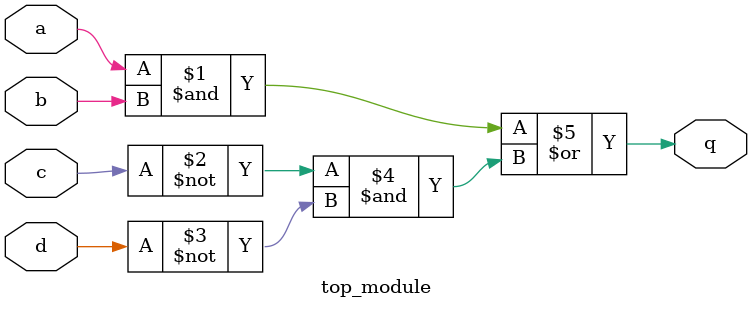
<source format=sv>
module top_module (
	input a, 
	input b, 
	input c, 
	input d,
	output q
);

assign q = (a & b) | (~c & ~d);

endmodule

</source>
